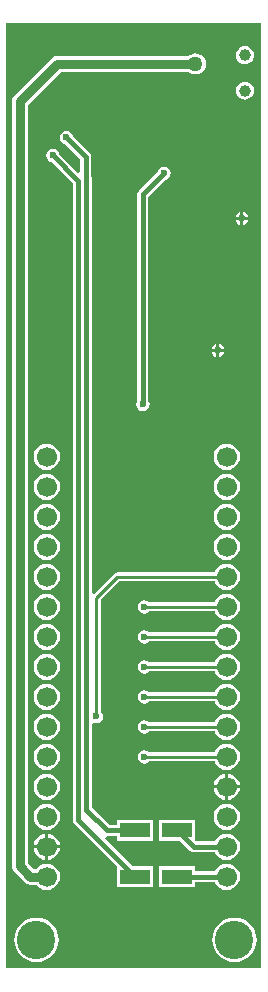
<source format=gbl>
%FSLAX25Y25*%
%MOIN*%
G70*
G01*
G75*
G04 Layer_Physical_Order=2*
G04 Layer_Color=16711680*
%ADD10R,0.07874X0.03937*%
%ADD11R,0.03937X0.07874*%
%ADD12R,0.05906X0.03150*%
%ADD13R,0.03150X0.03937*%
%ADD14R,0.10000X0.05000*%
%ADD15R,0.04331X0.05512*%
%ADD16R,0.00787X0.03150*%
%ADD17R,0.03937X0.03937*%
%ADD18C,0.01575*%
%ADD19C,0.03150*%
%ADD20C,0.00886*%
%ADD21C,0.06693*%
%ADD22C,0.03937*%
%ADD23C,0.12795*%
%ADD24C,0.02362*%
%ADD25C,0.05000*%
G36*
X205000Y120000D02*
X120000D01*
Y435000D01*
X205000D01*
Y120000D01*
D02*
G37*
%LPC*%
G36*
X133500Y194884D02*
X132365Y194735D01*
X131308Y194297D01*
X130400Y193600D01*
X129703Y192692D01*
X129265Y191635D01*
X129116Y190500D01*
X129265Y189365D01*
X129703Y188308D01*
X130400Y187400D01*
X131308Y186703D01*
X132365Y186265D01*
X133500Y186116D01*
X134635Y186265D01*
X135692Y186703D01*
X136600Y187400D01*
X137297Y188308D01*
X137735Y189365D01*
X137884Y190500D01*
X137735Y191635D01*
X137297Y192692D01*
X136600Y193600D01*
X135692Y194297D01*
X134635Y194735D01*
X133500Y194884D01*
D02*
G37*
G36*
X193500D02*
X192365Y194735D01*
X191308Y194297D01*
X190400Y193600D01*
X189703Y192692D01*
X189405Y191971D01*
X167640D01*
X167572Y192072D01*
X166851Y192554D01*
X166000Y192724D01*
X165149Y192554D01*
X164427Y192072D01*
X163945Y191351D01*
X163776Y190500D01*
X163945Y189649D01*
X164427Y188927D01*
X165149Y188445D01*
X166000Y188276D01*
X166851Y188445D01*
X167572Y188927D01*
X167640Y189029D01*
X189405D01*
X189703Y188308D01*
X190400Y187400D01*
X191308Y186703D01*
X192365Y186265D01*
X193500Y186116D01*
X194635Y186265D01*
X195692Y186703D01*
X196600Y187400D01*
X197297Y188308D01*
X197735Y189365D01*
X197884Y190500D01*
X197735Y191635D01*
X197297Y192692D01*
X196600Y193600D01*
X195692Y194297D01*
X194635Y194735D01*
X193500Y194884D01*
D02*
G37*
G36*
X133500Y204884D02*
X132365Y204735D01*
X131308Y204297D01*
X130400Y203600D01*
X129703Y202692D01*
X129265Y201635D01*
X129116Y200500D01*
X129265Y199365D01*
X129703Y198308D01*
X130400Y197400D01*
X131308Y196703D01*
X132365Y196265D01*
X133500Y196116D01*
X134635Y196265D01*
X135692Y196703D01*
X136600Y197400D01*
X137297Y198308D01*
X137735Y199365D01*
X137884Y200500D01*
X137735Y201635D01*
X137297Y202692D01*
X136600Y203600D01*
X135692Y204297D01*
X134635Y204735D01*
X133500Y204884D01*
D02*
G37*
G36*
X197818Y180000D02*
X194000D01*
Y176182D01*
X194635Y176265D01*
X195692Y176703D01*
X196600Y177400D01*
X197297Y178308D01*
X197735Y179365D01*
X197818Y180000D01*
D02*
G37*
G36*
X193000Y184818D02*
X192365Y184735D01*
X191308Y184297D01*
X190400Y183600D01*
X189703Y182692D01*
X189265Y181635D01*
X189182Y181000D01*
X193000D01*
Y184818D01*
D02*
G37*
G36*
X194000D02*
Y181000D01*
X197818D01*
X197735Y181635D01*
X197297Y182692D01*
X196600Y183600D01*
X195692Y184297D01*
X194635Y184735D01*
X194000Y184818D01*
D02*
G37*
G36*
X133500Y224884D02*
X132365Y224735D01*
X131308Y224297D01*
X130400Y223600D01*
X129703Y222692D01*
X129265Y221635D01*
X129116Y220500D01*
X129265Y219365D01*
X129703Y218308D01*
X130400Y217400D01*
X131308Y216703D01*
X132365Y216265D01*
X133500Y216116D01*
X134635Y216265D01*
X135692Y216703D01*
X136600Y217400D01*
X137297Y218308D01*
X137735Y219365D01*
X137884Y220500D01*
X137735Y221635D01*
X137297Y222692D01*
X136600Y223600D01*
X135692Y224297D01*
X134635Y224735D01*
X133500Y224884D01*
D02*
G37*
G36*
X193500D02*
X192365Y224735D01*
X191308Y224297D01*
X190400Y223600D01*
X189703Y222692D01*
X189405Y221971D01*
X167640D01*
X167572Y222073D01*
X166851Y222555D01*
X166000Y222724D01*
X165149Y222555D01*
X164427Y222073D01*
X163945Y221351D01*
X163776Y220500D01*
X163945Y219649D01*
X164427Y218928D01*
X165149Y218445D01*
X166000Y218276D01*
X166851Y218445D01*
X167572Y218928D01*
X167640Y219029D01*
X189405D01*
X189703Y218308D01*
X190400Y217400D01*
X191308Y216703D01*
X192365Y216265D01*
X193500Y216116D01*
X194635Y216265D01*
X195692Y216703D01*
X196600Y217400D01*
X197297Y218308D01*
X197735Y219365D01*
X197884Y220500D01*
X197735Y221635D01*
X197297Y222692D01*
X196600Y223600D01*
X195692Y224297D01*
X194635Y224735D01*
X193500Y224884D01*
D02*
G37*
G36*
X133500Y234884D02*
X132365Y234735D01*
X131308Y234297D01*
X130400Y233600D01*
X129703Y232692D01*
X129265Y231635D01*
X129116Y230500D01*
X129265Y229365D01*
X129703Y228308D01*
X130400Y227400D01*
X131308Y226703D01*
X132365Y226265D01*
X133500Y226116D01*
X134635Y226265D01*
X135692Y226703D01*
X136600Y227400D01*
X137297Y228308D01*
X137735Y229365D01*
X137884Y230500D01*
X137735Y231635D01*
X137297Y232692D01*
X136600Y233600D01*
X135692Y234297D01*
X134635Y234735D01*
X133500Y234884D01*
D02*
G37*
G36*
X193500Y204884D02*
X192365Y204735D01*
X191308Y204297D01*
X190400Y203600D01*
X189703Y202692D01*
X189405Y201971D01*
X167640D01*
X167572Y202073D01*
X166851Y202554D01*
X166000Y202724D01*
X165149Y202554D01*
X164427Y202073D01*
X163945Y201351D01*
X163776Y200500D01*
X163945Y199649D01*
X164427Y198927D01*
X165149Y198445D01*
X166000Y198276D01*
X166851Y198445D01*
X167572Y198927D01*
X167640Y199029D01*
X189405D01*
X189703Y198308D01*
X190400Y197400D01*
X191308Y196703D01*
X192365Y196265D01*
X193500Y196116D01*
X194635Y196265D01*
X195692Y196703D01*
X196600Y197400D01*
X197297Y198308D01*
X197735Y199365D01*
X197884Y200500D01*
X197735Y201635D01*
X197297Y202692D01*
X196600Y203600D01*
X195692Y204297D01*
X194635Y204735D01*
X193500Y204884D01*
D02*
G37*
G36*
X133500Y214884D02*
X132365Y214735D01*
X131308Y214297D01*
X130400Y213600D01*
X129703Y212692D01*
X129265Y211635D01*
X129116Y210500D01*
X129265Y209365D01*
X129703Y208308D01*
X130400Y207400D01*
X131308Y206703D01*
X132365Y206265D01*
X133500Y206116D01*
X134635Y206265D01*
X135692Y206703D01*
X136600Y207400D01*
X137297Y208308D01*
X137735Y209365D01*
X137884Y210500D01*
X137735Y211635D01*
X137297Y212692D01*
X136600Y213600D01*
X135692Y214297D01*
X134635Y214735D01*
X133500Y214884D01*
D02*
G37*
G36*
X193500D02*
X192365Y214735D01*
X191308Y214297D01*
X190400Y213600D01*
X189703Y212692D01*
X189405Y211971D01*
X167640D01*
X167572Y212072D01*
X166851Y212555D01*
X166000Y212724D01*
X165149Y212555D01*
X164427Y212072D01*
X163945Y211351D01*
X163776Y210500D01*
X163945Y209649D01*
X164427Y208927D01*
X165149Y208445D01*
X166000Y208276D01*
X166851Y208445D01*
X167572Y208927D01*
X167640Y209029D01*
X189405D01*
X189703Y208308D01*
X190400Y207400D01*
X191308Y206703D01*
X192365Y206265D01*
X193500Y206116D01*
X194635Y206265D01*
X195692Y206703D01*
X196600Y207400D01*
X197297Y208308D01*
X197735Y209365D01*
X197884Y210500D01*
X197735Y211635D01*
X197297Y212692D01*
X196600Y213600D01*
X195692Y214297D01*
X194635Y214735D01*
X193500Y214884D01*
D02*
G37*
G36*
X183000Y169500D02*
X171000D01*
Y162500D01*
X177923D01*
X181211Y159211D01*
X181211Y159211D01*
X181566Y158975D01*
X181803Y158816D01*
X182500Y158678D01*
X189550D01*
X189703Y158308D01*
X190400Y157400D01*
X191308Y156703D01*
X192365Y156265D01*
X193500Y156116D01*
X194635Y156265D01*
X195692Y156703D01*
X196600Y157400D01*
X197297Y158308D01*
X197735Y159365D01*
X197884Y160500D01*
X197735Y161635D01*
X197297Y162692D01*
X196600Y163600D01*
X195692Y164297D01*
X194635Y164735D01*
X193500Y164884D01*
X192365Y164735D01*
X191308Y164297D01*
X190400Y163600D01*
X189703Y162692D01*
X189550Y162322D01*
X183255D01*
X183000Y162577D01*
Y169500D01*
D02*
G37*
G36*
X133000Y160000D02*
X129182D01*
X129265Y159365D01*
X129703Y158308D01*
X130400Y157400D01*
X131308Y156703D01*
X132365Y156265D01*
X133000Y156182D01*
Y160000D01*
D02*
G37*
G36*
X137818D02*
X134000D01*
Y156182D01*
X134635Y156265D01*
X135692Y156703D01*
X136600Y157400D01*
X137297Y158308D01*
X137735Y159365D01*
X137818Y160000D01*
D02*
G37*
G36*
X130000Y136933D02*
X128550Y136791D01*
X127155Y136368D01*
X125870Y135681D01*
X124744Y134756D01*
X123819Y133630D01*
X123132Y132345D01*
X122709Y130950D01*
X122567Y129500D01*
X122709Y128050D01*
X123132Y126655D01*
X123819Y125370D01*
X124744Y124244D01*
X125870Y123319D01*
X127155Y122632D01*
X128550Y122209D01*
X130000Y122067D01*
X131450Y122209D01*
X132845Y122632D01*
X134130Y123319D01*
X135256Y124244D01*
X136181Y125370D01*
X136868Y126655D01*
X137291Y128050D01*
X137433Y129500D01*
X137291Y130950D01*
X136868Y132345D01*
X136181Y133630D01*
X135256Y134756D01*
X134130Y135681D01*
X132845Y136368D01*
X131450Y136791D01*
X130000Y136933D01*
D02*
G37*
G36*
X196000D02*
X194550Y136791D01*
X193155Y136368D01*
X191870Y135681D01*
X190744Y134756D01*
X189819Y133630D01*
X189132Y132345D01*
X188709Y130950D01*
X188567Y129500D01*
X188709Y128050D01*
X189132Y126655D01*
X189819Y125370D01*
X190744Y124244D01*
X191870Y123319D01*
X193155Y122632D01*
X194550Y122209D01*
X196000Y122067D01*
X197450Y122209D01*
X198845Y122632D01*
X200130Y123319D01*
X201256Y124244D01*
X202181Y125370D01*
X202868Y126655D01*
X203291Y128050D01*
X203433Y129500D01*
X203291Y130950D01*
X202868Y132345D01*
X202181Y133630D01*
X201256Y134756D01*
X200130Y135681D01*
X198845Y136368D01*
X197450Y136791D01*
X196000Y136933D01*
D02*
G37*
G36*
X193500Y154884D02*
X192365Y154735D01*
X191308Y154297D01*
X190400Y153600D01*
X189703Y152692D01*
X189550Y152322D01*
X183000D01*
Y154000D01*
X171000D01*
Y147000D01*
X183000D01*
Y148678D01*
X189550D01*
X189703Y148308D01*
X190400Y147400D01*
X191308Y146703D01*
X192365Y146265D01*
X193500Y146116D01*
X194635Y146265D01*
X195692Y146703D01*
X196600Y147400D01*
X197297Y148308D01*
X197735Y149365D01*
X197884Y150500D01*
X197735Y151635D01*
X197297Y152692D01*
X196600Y153600D01*
X195692Y154297D01*
X194635Y154735D01*
X193500Y154884D01*
D02*
G37*
G36*
Y174884D02*
X192365Y174735D01*
X191308Y174297D01*
X190400Y173600D01*
X189703Y172692D01*
X189265Y171635D01*
X189116Y170500D01*
X189265Y169365D01*
X189703Y168308D01*
X190400Y167400D01*
X191308Y166703D01*
X192365Y166265D01*
X193500Y166116D01*
X194635Y166265D01*
X195692Y166703D01*
X196600Y167400D01*
X197297Y168308D01*
X197735Y169365D01*
X197884Y170500D01*
X197735Y171635D01*
X197297Y172692D01*
X196600Y173600D01*
X195692Y174297D01*
X194635Y174735D01*
X193500Y174884D01*
D02*
G37*
G36*
X133500Y184884D02*
X132365Y184735D01*
X131308Y184297D01*
X130400Y183600D01*
X129703Y182692D01*
X129265Y181635D01*
X129116Y180500D01*
X129265Y179365D01*
X129703Y178308D01*
X130400Y177400D01*
X131308Y176703D01*
X132365Y176265D01*
X133500Y176116D01*
X134635Y176265D01*
X135692Y176703D01*
X136600Y177400D01*
X137297Y178308D01*
X137735Y179365D01*
X137884Y180500D01*
X137735Y181635D01*
X137297Y182692D01*
X136600Y183600D01*
X135692Y184297D01*
X134635Y184735D01*
X133500Y184884D01*
D02*
G37*
G36*
X193000Y180000D02*
X189182D01*
X189265Y179365D01*
X189703Y178308D01*
X190400Y177400D01*
X191308Y176703D01*
X192365Y176265D01*
X193000Y176182D01*
Y180000D01*
D02*
G37*
G36*
X133000Y164818D02*
X132365Y164735D01*
X131308Y164297D01*
X130400Y163600D01*
X129703Y162692D01*
X129265Y161635D01*
X129182Y161000D01*
X133000D01*
Y164818D01*
D02*
G37*
G36*
X134000D02*
Y161000D01*
X137818D01*
X137735Y161635D01*
X137297Y162692D01*
X136600Y163600D01*
X135692Y164297D01*
X134635Y164735D01*
X134000Y164818D01*
D02*
G37*
G36*
X133500Y174884D02*
X132365Y174735D01*
X131308Y174297D01*
X130400Y173600D01*
X129703Y172692D01*
X129265Y171635D01*
X129116Y170500D01*
X129265Y169365D01*
X129703Y168308D01*
X130400Y167400D01*
X131308Y166703D01*
X132365Y166265D01*
X133500Y166116D01*
X134635Y166265D01*
X135692Y166703D01*
X136600Y167400D01*
X137297Y168308D01*
X137735Y169365D01*
X137884Y170500D01*
X137735Y171635D01*
X137297Y172692D01*
X136600Y173600D01*
X135692Y174297D01*
X134635Y174735D01*
X133500Y174884D01*
D02*
G37*
G36*
X191000Y328124D02*
Y326500D01*
X192624D01*
X192554Y326851D01*
X192072Y327572D01*
X191351Y328055D01*
X191000Y328124D01*
D02*
G37*
G36*
X198000Y369500D02*
X196376D01*
X196446Y369149D01*
X196927Y368427D01*
X197649Y367945D01*
X198000Y367876D01*
Y369500D01*
D02*
G37*
G36*
X200624D02*
X199000D01*
Y367876D01*
X199351Y367945D01*
X200073Y368427D01*
X200554Y369149D01*
X200624Y369500D01*
D02*
G37*
G36*
X190000Y325500D02*
X188376D01*
X188445Y325149D01*
X188927Y324428D01*
X189649Y323945D01*
X190000Y323876D01*
Y325500D01*
D02*
G37*
G36*
X192624D02*
X191000D01*
Y323876D01*
X191351Y323945D01*
X192072Y324428D01*
X192554Y325149D01*
X192624Y325500D01*
D02*
G37*
G36*
X190000Y328124D02*
X189649Y328055D01*
X188927Y327572D01*
X188445Y326851D01*
X188376Y326500D01*
X190000D01*
Y328124D01*
D02*
G37*
G36*
X199500Y415589D02*
X198725Y415487D01*
X198003Y415188D01*
X197383Y414712D01*
X196907Y414092D01*
X196608Y413369D01*
X196506Y412595D01*
X196608Y411820D01*
X196907Y411097D01*
X197383Y410477D01*
X198003Y410002D01*
X198725Y409702D01*
X199500Y409600D01*
X200275Y409702D01*
X200997Y410002D01*
X201617Y410477D01*
X202093Y411097D01*
X202392Y411820D01*
X202494Y412595D01*
X202392Y413369D01*
X202093Y414092D01*
X201617Y414712D01*
X200997Y415188D01*
X200275Y415487D01*
X199500Y415589D01*
D02*
G37*
G36*
X183000Y425030D02*
X182086Y424910D01*
X181235Y424557D01*
X180635Y424097D01*
X137000D01*
X136328Y424009D01*
X135702Y423749D01*
X135164Y423336D01*
X122664Y410836D01*
X122251Y410298D01*
X121992Y409672D01*
X121903Y409000D01*
Y154000D01*
X121992Y153328D01*
X122251Y152701D01*
X122664Y152164D01*
X126164Y148664D01*
X126701Y148251D01*
X127328Y147992D01*
X128000Y147903D01*
X130014D01*
X130400Y147400D01*
X131308Y146703D01*
X132365Y146265D01*
X133500Y146116D01*
X134635Y146265D01*
X135692Y146703D01*
X136600Y147400D01*
X137297Y148308D01*
X137735Y149365D01*
X137884Y150500D01*
X137735Y151635D01*
X137297Y152692D01*
X136600Y153600D01*
X135692Y154297D01*
X134635Y154735D01*
X133500Y154884D01*
X132365Y154735D01*
X131308Y154297D01*
X130400Y153600D01*
X130014Y153097D01*
X129076D01*
X127097Y155076D01*
Y407924D01*
X138076Y418903D01*
X180635D01*
X181235Y418443D01*
X182086Y418090D01*
X183000Y417970D01*
X183914Y418090D01*
X184765Y418443D01*
X185496Y419004D01*
X186057Y419735D01*
X186410Y420586D01*
X186530Y421500D01*
X186410Y422414D01*
X186057Y423265D01*
X185496Y423996D01*
X184765Y424557D01*
X183914Y424910D01*
X183000Y425030D01*
D02*
G37*
G36*
X199500Y427400D02*
X198725Y427298D01*
X198003Y426999D01*
X197383Y426523D01*
X196907Y425903D01*
X196608Y425180D01*
X196506Y424405D01*
X196608Y423631D01*
X196907Y422908D01*
X197383Y422288D01*
X198003Y421812D01*
X198725Y421513D01*
X199500Y421411D01*
X200275Y421513D01*
X200997Y421812D01*
X201617Y422288D01*
X202093Y422908D01*
X202392Y423631D01*
X202494Y424405D01*
X202392Y425180D01*
X202093Y425903D01*
X201617Y426523D01*
X200997Y426999D01*
X200275Y427298D01*
X199500Y427400D01*
D02*
G37*
G36*
X198000Y372124D02*
X197649Y372055D01*
X196927Y371572D01*
X196446Y370851D01*
X196376Y370500D01*
X198000D01*
Y372124D01*
D02*
G37*
G36*
X199000D02*
Y370500D01*
X200624D01*
X200554Y370851D01*
X200073Y371572D01*
X199351Y372055D01*
X199000Y372124D01*
D02*
G37*
G36*
X140000Y399224D02*
X139149Y399055D01*
X138427Y398572D01*
X137945Y397851D01*
X137776Y397000D01*
X137945Y396149D01*
X138427Y395427D01*
X139149Y394945D01*
X139559Y394864D01*
X144678Y389745D01*
Y385429D01*
X143950Y385127D01*
X137636Y391441D01*
X137555Y391851D01*
X137073Y392572D01*
X136351Y393055D01*
X135500Y393224D01*
X134649Y393055D01*
X133928Y392572D01*
X133446Y391851D01*
X133276Y391000D01*
X133446Y390149D01*
X133928Y389427D01*
X134649Y388945D01*
X135059Y388864D01*
X142178Y381745D01*
Y169500D01*
X142178Y169500D01*
X142316Y168803D01*
X142711Y168211D01*
X157000Y153923D01*
Y147000D01*
X169000D01*
Y154000D01*
X162077D01*
X152715Y163363D01*
X152739Y163526D01*
X153500Y164178D01*
X153500Y164178D01*
X157000D01*
Y162500D01*
X169000D01*
Y169500D01*
X157000D01*
Y167822D01*
X154255D01*
X148397Y173680D01*
Y201501D01*
X149142Y201941D01*
X149185Y201938D01*
X150000Y201776D01*
X150851Y201945D01*
X151573Y202428D01*
X152055Y203149D01*
X152224Y204000D01*
X152055Y204851D01*
X151573Y205573D01*
X151471Y205640D01*
Y242891D01*
X157609Y249029D01*
X189405D01*
X189703Y248308D01*
X190400Y247400D01*
X191308Y246703D01*
X192365Y246265D01*
X193500Y246116D01*
X194635Y246265D01*
X195692Y246703D01*
X196600Y247400D01*
X197297Y248308D01*
X197735Y249365D01*
X197884Y250500D01*
X197735Y251635D01*
X197297Y252692D01*
X196600Y253600D01*
X195692Y254297D01*
X194635Y254735D01*
X193500Y254884D01*
X192365Y254735D01*
X191308Y254297D01*
X190400Y253600D01*
X189703Y252692D01*
X189405Y251971D01*
X157000D01*
X156437Y251859D01*
X155960Y251540D01*
X149185Y244765D01*
X148397Y245083D01*
Y383641D01*
X148322Y384017D01*
Y390500D01*
X148322Y390500D01*
X148184Y391197D01*
X147789Y391789D01*
X147789Y391789D01*
X142136Y397441D01*
X142054Y397851D01*
X141572Y398572D01*
X140851Y399055D01*
X140000Y399224D01*
D02*
G37*
G36*
X172500Y387224D02*
X171649Y387055D01*
X170928Y386573D01*
X170446Y385851D01*
X170364Y385441D01*
X164211Y379289D01*
X163816Y378697D01*
X163678Y378000D01*
X163678Y378000D01*
Y309198D01*
X163445Y308851D01*
X163276Y308000D01*
X163445Y307149D01*
X163927Y306428D01*
X164649Y305945D01*
X165500Y305776D01*
X166351Y305945D01*
X167072Y306428D01*
X167554Y307149D01*
X167724Y308000D01*
X167554Y308851D01*
X167322Y309198D01*
Y377245D01*
X172941Y382864D01*
X173351Y382945D01*
X174073Y383428D01*
X174555Y384149D01*
X174724Y385000D01*
X174555Y385851D01*
X174073Y386573D01*
X173351Y387055D01*
X172500Y387224D01*
D02*
G37*
G36*
X133500Y254884D02*
X132365Y254735D01*
X131308Y254297D01*
X130400Y253600D01*
X129703Y252692D01*
X129265Y251635D01*
X129116Y250500D01*
X129265Y249365D01*
X129703Y248308D01*
X130400Y247400D01*
X131308Y246703D01*
X132365Y246265D01*
X133500Y246116D01*
X134635Y246265D01*
X135692Y246703D01*
X136600Y247400D01*
X137297Y248308D01*
X137735Y249365D01*
X137884Y250500D01*
X137735Y251635D01*
X137297Y252692D01*
X136600Y253600D01*
X135692Y254297D01*
X134635Y254735D01*
X133500Y254884D01*
D02*
G37*
G36*
Y264884D02*
X132365Y264735D01*
X131308Y264297D01*
X130400Y263600D01*
X129703Y262692D01*
X129265Y261635D01*
X129116Y260500D01*
X129265Y259365D01*
X129703Y258308D01*
X130400Y257400D01*
X131308Y256703D01*
X132365Y256265D01*
X133500Y256116D01*
X134635Y256265D01*
X135692Y256703D01*
X136600Y257400D01*
X137297Y258308D01*
X137735Y259365D01*
X137884Y260500D01*
X137735Y261635D01*
X137297Y262692D01*
X136600Y263600D01*
X135692Y264297D01*
X134635Y264735D01*
X133500Y264884D01*
D02*
G37*
G36*
X193500D02*
X192365Y264735D01*
X191308Y264297D01*
X190400Y263600D01*
X189703Y262692D01*
X189265Y261635D01*
X189116Y260500D01*
X189265Y259365D01*
X189703Y258308D01*
X190400Y257400D01*
X191308Y256703D01*
X192365Y256265D01*
X193500Y256116D01*
X194635Y256265D01*
X195692Y256703D01*
X196600Y257400D01*
X197297Y258308D01*
X197735Y259365D01*
X197884Y260500D01*
X197735Y261635D01*
X197297Y262692D01*
X196600Y263600D01*
X195692Y264297D01*
X194635Y264735D01*
X193500Y264884D01*
D02*
G37*
G36*
Y234884D02*
X192365Y234735D01*
X191308Y234297D01*
X190400Y233600D01*
X189703Y232692D01*
X189405Y231971D01*
X167640D01*
X167572Y232072D01*
X166851Y232555D01*
X166000Y232724D01*
X165149Y232555D01*
X164427Y232072D01*
X163945Y231351D01*
X163776Y230500D01*
X163945Y229649D01*
X164427Y228927D01*
X165149Y228445D01*
X166000Y228276D01*
X166851Y228445D01*
X167572Y228927D01*
X167640Y229029D01*
X189405D01*
X189703Y228308D01*
X190400Y227400D01*
X191308Y226703D01*
X192365Y226265D01*
X193500Y226116D01*
X194635Y226265D01*
X195692Y226703D01*
X196600Y227400D01*
X197297Y228308D01*
X197735Y229365D01*
X197884Y230500D01*
X197735Y231635D01*
X197297Y232692D01*
X196600Y233600D01*
X195692Y234297D01*
X194635Y234735D01*
X193500Y234884D01*
D02*
G37*
G36*
X133500Y244884D02*
X132365Y244735D01*
X131308Y244297D01*
X130400Y243600D01*
X129703Y242692D01*
X129265Y241635D01*
X129116Y240500D01*
X129265Y239365D01*
X129703Y238308D01*
X130400Y237400D01*
X131308Y236703D01*
X132365Y236265D01*
X133500Y236116D01*
X134635Y236265D01*
X135692Y236703D01*
X136600Y237400D01*
X137297Y238308D01*
X137735Y239365D01*
X137884Y240500D01*
X137735Y241635D01*
X137297Y242692D01*
X136600Y243600D01*
X135692Y244297D01*
X134635Y244735D01*
X133500Y244884D01*
D02*
G37*
G36*
X193500D02*
X192365Y244735D01*
X191308Y244297D01*
X190400Y243600D01*
X189703Y242692D01*
X189405Y241971D01*
X167640D01*
X167572Y242073D01*
X166851Y242555D01*
X166000Y242724D01*
X165149Y242555D01*
X164427Y242073D01*
X163945Y241351D01*
X163776Y240500D01*
X163945Y239649D01*
X164427Y238928D01*
X165149Y238445D01*
X166000Y238276D01*
X166851Y238445D01*
X167572Y238928D01*
X167640Y239029D01*
X189405D01*
X189703Y238308D01*
X190400Y237400D01*
X191308Y236703D01*
X192365Y236265D01*
X193500Y236116D01*
X194635Y236265D01*
X195692Y236703D01*
X196600Y237400D01*
X197297Y238308D01*
X197735Y239365D01*
X197884Y240500D01*
X197735Y241635D01*
X197297Y242692D01*
X196600Y243600D01*
X195692Y244297D01*
X194635Y244735D01*
X193500Y244884D01*
D02*
G37*
G36*
Y284884D02*
X192365Y284735D01*
X191308Y284297D01*
X190400Y283600D01*
X189703Y282692D01*
X189265Y281635D01*
X189116Y280500D01*
X189265Y279365D01*
X189703Y278308D01*
X190400Y277400D01*
X191308Y276703D01*
X192365Y276265D01*
X193500Y276116D01*
X194635Y276265D01*
X195692Y276703D01*
X196600Y277400D01*
X197297Y278308D01*
X197735Y279365D01*
X197884Y280500D01*
X197735Y281635D01*
X197297Y282692D01*
X196600Y283600D01*
X195692Y284297D01*
X194635Y284735D01*
X193500Y284884D01*
D02*
G37*
G36*
X133500Y294884D02*
X132365Y294735D01*
X131308Y294297D01*
X130400Y293600D01*
X129703Y292692D01*
X129265Y291635D01*
X129116Y290500D01*
X129265Y289365D01*
X129703Y288308D01*
X130400Y287400D01*
X131308Y286703D01*
X132365Y286265D01*
X133500Y286116D01*
X134635Y286265D01*
X135692Y286703D01*
X136600Y287400D01*
X137297Y288308D01*
X137735Y289365D01*
X137884Y290500D01*
X137735Y291635D01*
X137297Y292692D01*
X136600Y293600D01*
X135692Y294297D01*
X134635Y294735D01*
X133500Y294884D01*
D02*
G37*
G36*
X193500D02*
X192365Y294735D01*
X191308Y294297D01*
X190400Y293600D01*
X189703Y292692D01*
X189265Y291635D01*
X189116Y290500D01*
X189265Y289365D01*
X189703Y288308D01*
X190400Y287400D01*
X191308Y286703D01*
X192365Y286265D01*
X193500Y286116D01*
X194635Y286265D01*
X195692Y286703D01*
X196600Y287400D01*
X197297Y288308D01*
X197735Y289365D01*
X197884Y290500D01*
X197735Y291635D01*
X197297Y292692D01*
X196600Y293600D01*
X195692Y294297D01*
X194635Y294735D01*
X193500Y294884D01*
D02*
G37*
G36*
X133500Y274884D02*
X132365Y274735D01*
X131308Y274297D01*
X130400Y273600D01*
X129703Y272692D01*
X129265Y271635D01*
X129116Y270500D01*
X129265Y269365D01*
X129703Y268308D01*
X130400Y267400D01*
X131308Y266703D01*
X132365Y266265D01*
X133500Y266116D01*
X134635Y266265D01*
X135692Y266703D01*
X136600Y267400D01*
X137297Y268308D01*
X137735Y269365D01*
X137884Y270500D01*
X137735Y271635D01*
X137297Y272692D01*
X136600Y273600D01*
X135692Y274297D01*
X134635Y274735D01*
X133500Y274884D01*
D02*
G37*
G36*
X193500D02*
X192365Y274735D01*
X191308Y274297D01*
X190400Y273600D01*
X189703Y272692D01*
X189265Y271635D01*
X189116Y270500D01*
X189265Y269365D01*
X189703Y268308D01*
X190400Y267400D01*
X191308Y266703D01*
X192365Y266265D01*
X193500Y266116D01*
X194635Y266265D01*
X195692Y266703D01*
X196600Y267400D01*
X197297Y268308D01*
X197735Y269365D01*
X197884Y270500D01*
X197735Y271635D01*
X197297Y272692D01*
X196600Y273600D01*
X195692Y274297D01*
X194635Y274735D01*
X193500Y274884D01*
D02*
G37*
G36*
X133500Y284884D02*
X132365Y284735D01*
X131308Y284297D01*
X130400Y283600D01*
X129703Y282692D01*
X129265Y281635D01*
X129116Y280500D01*
X129265Y279365D01*
X129703Y278308D01*
X130400Y277400D01*
X131308Y276703D01*
X132365Y276265D01*
X133500Y276116D01*
X134635Y276265D01*
X135692Y276703D01*
X136600Y277400D01*
X137297Y278308D01*
X137735Y279365D01*
X137884Y280500D01*
X137735Y281635D01*
X137297Y282692D01*
X136600Y283600D01*
X135692Y284297D01*
X134635Y284735D01*
X133500Y284884D01*
D02*
G37*
%LPD*%
D14*
X177000Y150500D02*
D03*
X163000D02*
D03*
Y166000D02*
D03*
X177000D02*
D03*
D18*
X165500Y378000D02*
X172500Y385000D01*
X165500Y308000D02*
Y378000D01*
X140000Y397000D02*
X146500Y390500D01*
Y383716D02*
Y390500D01*
Y383716D02*
X146575Y383641D01*
Y172925D02*
Y383641D01*
Y172925D02*
X153500Y166000D01*
X163000D01*
X135500Y391000D02*
X144000Y382500D01*
Y169500D02*
Y382500D01*
Y169500D02*
X163000Y150500D01*
X177000Y166000D02*
X182500Y160500D01*
X193500D01*
X177000Y150500D02*
X193500D01*
D19*
X137000Y421500D02*
X183000D01*
X124500Y409000D02*
X137000Y421500D01*
X124500Y154000D02*
Y409000D01*
X128000Y150500D02*
X133500D01*
X124500Y154000D02*
X128000Y150500D01*
D20*
X157000Y250500D02*
X193500D01*
X150000Y243500D02*
X157000Y250500D01*
X150000Y204000D02*
Y243500D01*
X166000Y240500D02*
X193500D01*
X166000Y230500D02*
X193500D01*
X166000Y220500D02*
X193500D01*
X166000Y210500D02*
X193500D01*
X166000Y200500D02*
X193500D01*
X166000Y190500D02*
X193500D01*
D21*
X133500Y150500D02*
D03*
Y160500D02*
D03*
Y170500D02*
D03*
Y180500D02*
D03*
Y190500D02*
D03*
Y200500D02*
D03*
Y210500D02*
D03*
Y220500D02*
D03*
Y230500D02*
D03*
Y240500D02*
D03*
Y250500D02*
D03*
Y260500D02*
D03*
Y270500D02*
D03*
Y280500D02*
D03*
Y290500D02*
D03*
X193500D02*
D03*
Y280500D02*
D03*
Y270500D02*
D03*
Y260500D02*
D03*
Y250500D02*
D03*
Y240500D02*
D03*
Y230500D02*
D03*
Y220500D02*
D03*
Y210500D02*
D03*
Y200500D02*
D03*
Y190500D02*
D03*
Y180500D02*
D03*
Y170500D02*
D03*
Y160500D02*
D03*
Y150500D02*
D03*
D22*
X199500Y412595D02*
D03*
Y424405D02*
D03*
D23*
X130000Y129500D02*
D03*
X196000D02*
D03*
D24*
X172500Y385000D02*
D03*
X165500Y308000D02*
D03*
X198500Y370000D02*
D03*
X190500Y326000D02*
D03*
X140000Y397000D02*
D03*
X135500Y391000D02*
D03*
X150000Y204000D02*
D03*
X166000Y240500D02*
D03*
Y230500D02*
D03*
Y220500D02*
D03*
Y210500D02*
D03*
Y200500D02*
D03*
Y190500D02*
D03*
D25*
X183000Y421500D02*
D03*
M02*

</source>
